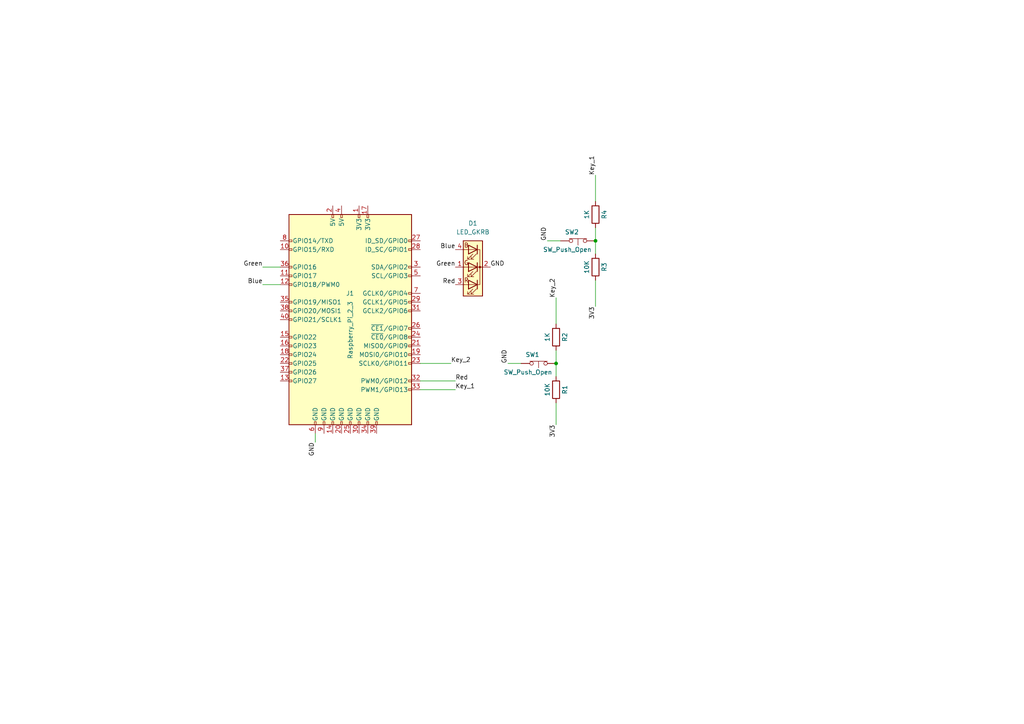
<source format=kicad_sch>
(kicad_sch (version 20230121) (generator eeschema)

  (uuid 96bce18f-4728-44f8-b8d2-157129d8d9a7)

  (paper "A4")

  (lib_symbols
    (symbol "Connector:Raspberry_Pi_2_3" (pin_names (offset 1.016)) (in_bom yes) (on_board yes)
      (property "Reference" "J" (at -17.78 31.75 0)
        (effects (font (size 1.27 1.27)) (justify left bottom))
      )
      (property "Value" "Raspberry_Pi_2_3" (at 10.16 -31.75 0)
        (effects (font (size 1.27 1.27)) (justify left top))
      )
      (property "Footprint" "" (at 0 0 0)
        (effects (font (size 1.27 1.27)) hide)
      )
      (property "Datasheet" "https://www.raspberrypi.org/documentation/hardware/raspberrypi/schematics/rpi_SCH_3bplus_1p0_reduced.pdf" (at 0 0 0)
        (effects (font (size 1.27 1.27)) hide)
      )
      (property "ki_keywords" "raspberrypi gpio" (at 0 0 0)
        (effects (font (size 1.27 1.27)) hide)
      )
      (property "ki_description" "expansion header for Raspberry Pi 2 & 3" (at 0 0 0)
        (effects (font (size 1.27 1.27)) hide)
      )
      (property "ki_fp_filters" "PinHeader*2x20*P2.54mm*Vertical* PinSocket*2x20*P2.54mm*Vertical*" (at 0 0 0)
        (effects (font (size 1.27 1.27)) hide)
      )
      (symbol "Raspberry_Pi_2_3_0_1"
        (rectangle (start -17.78 30.48) (end 17.78 -30.48)
          (stroke (width 0.254) (type default))
          (fill (type background))
        )
      )
      (symbol "Raspberry_Pi_2_3_1_1"
        (rectangle (start -16.891 -17.526) (end -17.78 -18.034)
          (stroke (width 0) (type default))
          (fill (type none))
        )
        (rectangle (start -16.891 -14.986) (end -17.78 -15.494)
          (stroke (width 0) (type default))
          (fill (type none))
        )
        (rectangle (start -16.891 -12.446) (end -17.78 -12.954)
          (stroke (width 0) (type default))
          (fill (type none))
        )
        (rectangle (start -16.891 -9.906) (end -17.78 -10.414)
          (stroke (width 0) (type default))
          (fill (type none))
        )
        (rectangle (start -16.891 -7.366) (end -17.78 -7.874)
          (stroke (width 0) (type default))
          (fill (type none))
        )
        (rectangle (start -16.891 -4.826) (end -17.78 -5.334)
          (stroke (width 0) (type default))
          (fill (type none))
        )
        (rectangle (start -16.891 0.254) (end -17.78 -0.254)
          (stroke (width 0) (type default))
          (fill (type none))
        )
        (rectangle (start -16.891 2.794) (end -17.78 2.286)
          (stroke (width 0) (type default))
          (fill (type none))
        )
        (rectangle (start -16.891 5.334) (end -17.78 4.826)
          (stroke (width 0) (type default))
          (fill (type none))
        )
        (rectangle (start -16.891 10.414) (end -17.78 9.906)
          (stroke (width 0) (type default))
          (fill (type none))
        )
        (rectangle (start -16.891 12.954) (end -17.78 12.446)
          (stroke (width 0) (type default))
          (fill (type none))
        )
        (rectangle (start -16.891 15.494) (end -17.78 14.986)
          (stroke (width 0) (type default))
          (fill (type none))
        )
        (rectangle (start -16.891 20.574) (end -17.78 20.066)
          (stroke (width 0) (type default))
          (fill (type none))
        )
        (rectangle (start -16.891 23.114) (end -17.78 22.606)
          (stroke (width 0) (type default))
          (fill (type none))
        )
        (rectangle (start -10.414 -29.591) (end -9.906 -30.48)
          (stroke (width 0) (type default))
          (fill (type none))
        )
        (rectangle (start -7.874 -29.591) (end -7.366 -30.48)
          (stroke (width 0) (type default))
          (fill (type none))
        )
        (rectangle (start -5.334 -29.591) (end -4.826 -30.48)
          (stroke (width 0) (type default))
          (fill (type none))
        )
        (rectangle (start -5.334 30.48) (end -4.826 29.591)
          (stroke (width 0) (type default))
          (fill (type none))
        )
        (rectangle (start -2.794 -29.591) (end -2.286 -30.48)
          (stroke (width 0) (type default))
          (fill (type none))
        )
        (rectangle (start -2.794 30.48) (end -2.286 29.591)
          (stroke (width 0) (type default))
          (fill (type none))
        )
        (rectangle (start -0.254 -29.591) (end 0.254 -30.48)
          (stroke (width 0) (type default))
          (fill (type none))
        )
        (rectangle (start 2.286 -29.591) (end 2.794 -30.48)
          (stroke (width 0) (type default))
          (fill (type none))
        )
        (rectangle (start 2.286 30.48) (end 2.794 29.591)
          (stroke (width 0) (type default))
          (fill (type none))
        )
        (rectangle (start 4.826 -29.591) (end 5.334 -30.48)
          (stroke (width 0) (type default))
          (fill (type none))
        )
        (rectangle (start 4.826 30.48) (end 5.334 29.591)
          (stroke (width 0) (type default))
          (fill (type none))
        )
        (rectangle (start 7.366 -29.591) (end 7.874 -30.48)
          (stroke (width 0) (type default))
          (fill (type none))
        )
        (rectangle (start 17.78 -20.066) (end 16.891 -20.574)
          (stroke (width 0) (type default))
          (fill (type none))
        )
        (rectangle (start 17.78 -17.526) (end 16.891 -18.034)
          (stroke (width 0) (type default))
          (fill (type none))
        )
        (rectangle (start 17.78 -12.446) (end 16.891 -12.954)
          (stroke (width 0) (type default))
          (fill (type none))
        )
        (rectangle (start 17.78 -9.906) (end 16.891 -10.414)
          (stroke (width 0) (type default))
          (fill (type none))
        )
        (rectangle (start 17.78 -7.366) (end 16.891 -7.874)
          (stroke (width 0) (type default))
          (fill (type none))
        )
        (rectangle (start 17.78 -4.826) (end 16.891 -5.334)
          (stroke (width 0) (type default))
          (fill (type none))
        )
        (rectangle (start 17.78 -2.286) (end 16.891 -2.794)
          (stroke (width 0) (type default))
          (fill (type none))
        )
        (rectangle (start 17.78 2.794) (end 16.891 2.286)
          (stroke (width 0) (type default))
          (fill (type none))
        )
        (rectangle (start 17.78 5.334) (end 16.891 4.826)
          (stroke (width 0) (type default))
          (fill (type none))
        )
        (rectangle (start 17.78 7.874) (end 16.891 7.366)
          (stroke (width 0) (type default))
          (fill (type none))
        )
        (rectangle (start 17.78 12.954) (end 16.891 12.446)
          (stroke (width 0) (type default))
          (fill (type none))
        )
        (rectangle (start 17.78 15.494) (end 16.891 14.986)
          (stroke (width 0) (type default))
          (fill (type none))
        )
        (rectangle (start 17.78 20.574) (end 16.891 20.066)
          (stroke (width 0) (type default))
          (fill (type none))
        )
        (rectangle (start 17.78 23.114) (end 16.891 22.606)
          (stroke (width 0) (type default))
          (fill (type none))
        )
        (pin power_in line (at 2.54 33.02 270) (length 2.54)
          (name "3V3" (effects (font (size 1.27 1.27))))
          (number "1" (effects (font (size 1.27 1.27))))
        )
        (pin bidirectional line (at -20.32 20.32 0) (length 2.54)
          (name "GPIO15/RXD" (effects (font (size 1.27 1.27))))
          (number "10" (effects (font (size 1.27 1.27))))
        )
        (pin bidirectional line (at -20.32 12.7 0) (length 2.54)
          (name "GPIO17" (effects (font (size 1.27 1.27))))
          (number "11" (effects (font (size 1.27 1.27))))
        )
        (pin bidirectional line (at -20.32 10.16 0) (length 2.54)
          (name "GPIO18/PWM0" (effects (font (size 1.27 1.27))))
          (number "12" (effects (font (size 1.27 1.27))))
        )
        (pin bidirectional line (at -20.32 -17.78 0) (length 2.54)
          (name "GPIO27" (effects (font (size 1.27 1.27))))
          (number "13" (effects (font (size 1.27 1.27))))
        )
        (pin power_in line (at -5.08 -33.02 90) (length 2.54)
          (name "GND" (effects (font (size 1.27 1.27))))
          (number "14" (effects (font (size 1.27 1.27))))
        )
        (pin bidirectional line (at -20.32 -5.08 0) (length 2.54)
          (name "GPIO22" (effects (font (size 1.27 1.27))))
          (number "15" (effects (font (size 1.27 1.27))))
        )
        (pin bidirectional line (at -20.32 -7.62 0) (length 2.54)
          (name "GPIO23" (effects (font (size 1.27 1.27))))
          (number "16" (effects (font (size 1.27 1.27))))
        )
        (pin power_in line (at 5.08 33.02 270) (length 2.54)
          (name "3V3" (effects (font (size 1.27 1.27))))
          (number "17" (effects (font (size 1.27 1.27))))
        )
        (pin bidirectional line (at -20.32 -10.16 0) (length 2.54)
          (name "GPIO24" (effects (font (size 1.27 1.27))))
          (number "18" (effects (font (size 1.27 1.27))))
        )
        (pin bidirectional line (at 20.32 -10.16 180) (length 2.54)
          (name "MOSI0/GPIO10" (effects (font (size 1.27 1.27))))
          (number "19" (effects (font (size 1.27 1.27))))
        )
        (pin power_in line (at -5.08 33.02 270) (length 2.54)
          (name "5V" (effects (font (size 1.27 1.27))))
          (number "2" (effects (font (size 1.27 1.27))))
        )
        (pin power_in line (at -2.54 -33.02 90) (length 2.54)
          (name "GND" (effects (font (size 1.27 1.27))))
          (number "20" (effects (font (size 1.27 1.27))))
        )
        (pin bidirectional line (at 20.32 -7.62 180) (length 2.54)
          (name "MISO0/GPIO9" (effects (font (size 1.27 1.27))))
          (number "21" (effects (font (size 1.27 1.27))))
        )
        (pin bidirectional line (at -20.32 -12.7 0) (length 2.54)
          (name "GPIO25" (effects (font (size 1.27 1.27))))
          (number "22" (effects (font (size 1.27 1.27))))
        )
        (pin bidirectional line (at 20.32 -12.7 180) (length 2.54)
          (name "SCLK0/GPIO11" (effects (font (size 1.27 1.27))))
          (number "23" (effects (font (size 1.27 1.27))))
        )
        (pin bidirectional line (at 20.32 -5.08 180) (length 2.54)
          (name "~{CE0}/GPIO8" (effects (font (size 1.27 1.27))))
          (number "24" (effects (font (size 1.27 1.27))))
        )
        (pin power_in line (at 0 -33.02 90) (length 2.54)
          (name "GND" (effects (font (size 1.27 1.27))))
          (number "25" (effects (font (size 1.27 1.27))))
        )
        (pin bidirectional line (at 20.32 -2.54 180) (length 2.54)
          (name "~{CE1}/GPIO7" (effects (font (size 1.27 1.27))))
          (number "26" (effects (font (size 1.27 1.27))))
        )
        (pin bidirectional line (at 20.32 22.86 180) (length 2.54)
          (name "ID_SD/GPIO0" (effects (font (size 1.27 1.27))))
          (number "27" (effects (font (size 1.27 1.27))))
        )
        (pin bidirectional line (at 20.32 20.32 180) (length 2.54)
          (name "ID_SC/GPIO1" (effects (font (size 1.27 1.27))))
          (number "28" (effects (font (size 1.27 1.27))))
        )
        (pin bidirectional line (at 20.32 5.08 180) (length 2.54)
          (name "GCLK1/GPIO5" (effects (font (size 1.27 1.27))))
          (number "29" (effects (font (size 1.27 1.27))))
        )
        (pin bidirectional line (at 20.32 15.24 180) (length 2.54)
          (name "SDA/GPIO2" (effects (font (size 1.27 1.27))))
          (number "3" (effects (font (size 1.27 1.27))))
        )
        (pin power_in line (at 2.54 -33.02 90) (length 2.54)
          (name "GND" (effects (font (size 1.27 1.27))))
          (number "30" (effects (font (size 1.27 1.27))))
        )
        (pin bidirectional line (at 20.32 2.54 180) (length 2.54)
          (name "GCLK2/GPIO6" (effects (font (size 1.27 1.27))))
          (number "31" (effects (font (size 1.27 1.27))))
        )
        (pin bidirectional line (at 20.32 -17.78 180) (length 2.54)
          (name "PWM0/GPIO12" (effects (font (size 1.27 1.27))))
          (number "32" (effects (font (size 1.27 1.27))))
        )
        (pin bidirectional line (at 20.32 -20.32 180) (length 2.54)
          (name "PWM1/GPIO13" (effects (font (size 1.27 1.27))))
          (number "33" (effects (font (size 1.27 1.27))))
        )
        (pin power_in line (at 5.08 -33.02 90) (length 2.54)
          (name "GND" (effects (font (size 1.27 1.27))))
          (number "34" (effects (font (size 1.27 1.27))))
        )
        (pin bidirectional line (at -20.32 5.08 0) (length 2.54)
          (name "GPIO19/MISO1" (effects (font (size 1.27 1.27))))
          (number "35" (effects (font (size 1.27 1.27))))
        )
        (pin bidirectional line (at -20.32 15.24 0) (length 2.54)
          (name "GPIO16" (effects (font (size 1.27 1.27))))
          (number "36" (effects (font (size 1.27 1.27))))
        )
        (pin bidirectional line (at -20.32 -15.24 0) (length 2.54)
          (name "GPIO26" (effects (font (size 1.27 1.27))))
          (number "37" (effects (font (size 1.27 1.27))))
        )
        (pin bidirectional line (at -20.32 2.54 0) (length 2.54)
          (name "GPIO20/MOSI1" (effects (font (size 1.27 1.27))))
          (number "38" (effects (font (size 1.27 1.27))))
        )
        (pin power_in line (at 7.62 -33.02 90) (length 2.54)
          (name "GND" (effects (font (size 1.27 1.27))))
          (number "39" (effects (font (size 1.27 1.27))))
        )
        (pin power_in line (at -2.54 33.02 270) (length 2.54)
          (name "5V" (effects (font (size 1.27 1.27))))
          (number "4" (effects (font (size 1.27 1.27))))
        )
        (pin bidirectional line (at -20.32 0 0) (length 2.54)
          (name "GPIO21/SCLK1" (effects (font (size 1.27 1.27))))
          (number "40" (effects (font (size 1.27 1.27))))
        )
        (pin bidirectional line (at 20.32 12.7 180) (length 2.54)
          (name "SCL/GPIO3" (effects (font (size 1.27 1.27))))
          (number "5" (effects (font (size 1.27 1.27))))
        )
        (pin power_in line (at -10.16 -33.02 90) (length 2.54)
          (name "GND" (effects (font (size 1.27 1.27))))
          (number "6" (effects (font (size 1.27 1.27))))
        )
        (pin bidirectional line (at 20.32 7.62 180) (length 2.54)
          (name "GCLK0/GPIO4" (effects (font (size 1.27 1.27))))
          (number "7" (effects (font (size 1.27 1.27))))
        )
        (pin bidirectional line (at -20.32 22.86 0) (length 2.54)
          (name "GPIO14/TXD" (effects (font (size 1.27 1.27))))
          (number "8" (effects (font (size 1.27 1.27))))
        )
        (pin power_in line (at -7.62 -33.02 90) (length 2.54)
          (name "GND" (effects (font (size 1.27 1.27))))
          (number "9" (effects (font (size 1.27 1.27))))
        )
      )
    )
    (symbol "Device:LED_GKRB" (pin_names (offset 0) hide) (in_bom yes) (on_board yes)
      (property "Reference" "D" (at 0 9.398 0)
        (effects (font (size 1.27 1.27)))
      )
      (property "Value" "LED_GKRB" (at 0 -8.89 0)
        (effects (font (size 1.27 1.27)))
      )
      (property "Footprint" "" (at 0 -1.27 0)
        (effects (font (size 1.27 1.27)) hide)
      )
      (property "Datasheet" "~" (at 0 -1.27 0)
        (effects (font (size 1.27 1.27)) hide)
      )
      (property "ki_keywords" "LED RGB diode" (at 0 0 0)
        (effects (font (size 1.27 1.27)) hide)
      )
      (property "ki_description" "RGB LED, green/cathode/red/blue" (at 0 0 0)
        (effects (font (size 1.27 1.27)) hide)
      )
      (property "ki_fp_filters" "LED* LED_SMD:* LED_THT:*" (at 0 0 0)
        (effects (font (size 1.27 1.27)) hide)
      )
      (symbol "LED_GKRB_0_0"
        (text "B" (at 1.905 -6.35 0)
          (effects (font (size 1.27 1.27)))
        )
        (text "G" (at 1.905 -1.27 0)
          (effects (font (size 1.27 1.27)))
        )
        (text "R" (at 1.905 3.81 0)
          (effects (font (size 1.27 1.27)))
        )
      )
      (symbol "LED_GKRB_0_1"
        (circle (center -2.032 0) (radius 0.254)
          (stroke (width 0) (type default))
          (fill (type outline))
        )
        (polyline
          (pts
            (xy -1.27 -5.08)
            (xy 1.27 -5.08)
          )
          (stroke (width 0) (type default))
          (fill (type none))
        )
        (polyline
          (pts
            (xy -1.27 -3.81)
            (xy -1.27 -6.35)
          )
          (stroke (width 0.254) (type default))
          (fill (type none))
        )
        (polyline
          (pts
            (xy -1.27 0)
            (xy -2.54 0)
          )
          (stroke (width 0) (type default))
          (fill (type none))
        )
        (polyline
          (pts
            (xy -1.27 1.27)
            (xy -1.27 -1.27)
          )
          (stroke (width 0.254) (type default))
          (fill (type none))
        )
        (polyline
          (pts
            (xy -1.27 5.08)
            (xy 1.27 5.08)
          )
          (stroke (width 0) (type default))
          (fill (type none))
        )
        (polyline
          (pts
            (xy -1.27 6.35)
            (xy -1.27 3.81)
          )
          (stroke (width 0.254) (type default))
          (fill (type none))
        )
        (polyline
          (pts
            (xy 1.27 -5.08)
            (xy 2.54 -5.08)
          )
          (stroke (width 0) (type default))
          (fill (type none))
        )
        (polyline
          (pts
            (xy 1.27 0)
            (xy -1.27 0)
          )
          (stroke (width 0) (type default))
          (fill (type none))
        )
        (polyline
          (pts
            (xy 1.27 0)
            (xy 2.54 0)
          )
          (stroke (width 0) (type default))
          (fill (type none))
        )
        (polyline
          (pts
            (xy 1.27 5.08)
            (xy 2.54 5.08)
          )
          (stroke (width 0) (type default))
          (fill (type none))
        )
        (polyline
          (pts
            (xy -1.27 1.27)
            (xy -1.27 -1.27)
            (xy -1.27 -1.27)
          )
          (stroke (width 0) (type default))
          (fill (type none))
        )
        (polyline
          (pts
            (xy -1.27 6.35)
            (xy -1.27 3.81)
            (xy -1.27 3.81)
          )
          (stroke (width 0) (type default))
          (fill (type none))
        )
        (polyline
          (pts
            (xy -1.27 5.08)
            (xy -2.032 5.08)
            (xy -2.032 -5.08)
            (xy -1.016 -5.08)
          )
          (stroke (width 0) (type default))
          (fill (type none))
        )
        (polyline
          (pts
            (xy 1.27 -3.81)
            (xy 1.27 -6.35)
            (xy -1.27 -5.08)
            (xy 1.27 -3.81)
          )
          (stroke (width 0.254) (type default))
          (fill (type none))
        )
        (polyline
          (pts
            (xy 1.27 1.27)
            (xy 1.27 -1.27)
            (xy -1.27 0)
            (xy 1.27 1.27)
          )
          (stroke (width 0.254) (type default))
          (fill (type none))
        )
        (polyline
          (pts
            (xy 1.27 6.35)
            (xy 1.27 3.81)
            (xy -1.27 5.08)
            (xy 1.27 6.35)
          )
          (stroke (width 0.254) (type default))
          (fill (type none))
        )
        (polyline
          (pts
            (xy -1.016 -3.81)
            (xy 0.508 -2.286)
            (xy -0.254 -2.286)
            (xy 0.508 -2.286)
            (xy 0.508 -3.048)
          )
          (stroke (width 0) (type default))
          (fill (type none))
        )
        (polyline
          (pts
            (xy -1.016 1.27)
            (xy 0.508 2.794)
            (xy -0.254 2.794)
            (xy 0.508 2.794)
            (xy 0.508 2.032)
          )
          (stroke (width 0) (type default))
          (fill (type none))
        )
        (polyline
          (pts
            (xy -1.016 6.35)
            (xy 0.508 7.874)
            (xy -0.254 7.874)
            (xy 0.508 7.874)
            (xy 0.508 7.112)
          )
          (stroke (width 0) (type default))
          (fill (type none))
        )
        (polyline
          (pts
            (xy 0 -3.81)
            (xy 1.524 -2.286)
            (xy 0.762 -2.286)
            (xy 1.524 -2.286)
            (xy 1.524 -3.048)
          )
          (stroke (width 0) (type default))
          (fill (type none))
        )
        (polyline
          (pts
            (xy 0 1.27)
            (xy 1.524 2.794)
            (xy 0.762 2.794)
            (xy 1.524 2.794)
            (xy 1.524 2.032)
          )
          (stroke (width 0) (type default))
          (fill (type none))
        )
        (polyline
          (pts
            (xy 0 6.35)
            (xy 1.524 7.874)
            (xy 0.762 7.874)
            (xy 1.524 7.874)
            (xy 1.524 7.112)
          )
          (stroke (width 0) (type default))
          (fill (type none))
        )
        (rectangle (start 1.27 -1.27) (end 1.27 1.27)
          (stroke (width 0) (type default))
          (fill (type none))
        )
        (rectangle (start 1.27 1.27) (end 1.27 1.27)
          (stroke (width 0) (type default))
          (fill (type none))
        )
        (rectangle (start 1.27 3.81) (end 1.27 6.35)
          (stroke (width 0) (type default))
          (fill (type none))
        )
        (rectangle (start 1.27 6.35) (end 1.27 6.35)
          (stroke (width 0) (type default))
          (fill (type none))
        )
        (rectangle (start 2.794 8.382) (end -2.794 -7.62)
          (stroke (width 0.254) (type default))
          (fill (type background))
        )
      )
      (symbol "LED_GKRB_1_1"
        (pin passive line (at 5.08 0 180) (length 2.54)
          (name "GA" (effects (font (size 1.27 1.27))))
          (number "1" (effects (font (size 1.27 1.27))))
        )
        (pin passive line (at -5.08 0 0) (length 2.54)
          (name "K" (effects (font (size 1.27 1.27))))
          (number "2" (effects (font (size 1.27 1.27))))
        )
        (pin passive line (at 5.08 5.08 180) (length 2.54)
          (name "RA" (effects (font (size 1.27 1.27))))
          (number "3" (effects (font (size 1.27 1.27))))
        )
        (pin passive line (at 5.08 -5.08 180) (length 2.54)
          (name "BA" (effects (font (size 1.27 1.27))))
          (number "4" (effects (font (size 1.27 1.27))))
        )
      )
    )
    (symbol "Device:R" (pin_numbers hide) (pin_names (offset 0)) (in_bom yes) (on_board yes)
      (property "Reference" "R" (at 2.032 0 90)
        (effects (font (size 1.27 1.27)))
      )
      (property "Value" "R" (at 0 0 90)
        (effects (font (size 1.27 1.27)))
      )
      (property "Footprint" "" (at -1.778 0 90)
        (effects (font (size 1.27 1.27)) hide)
      )
      (property "Datasheet" "~" (at 0 0 0)
        (effects (font (size 1.27 1.27)) hide)
      )
      (property "ki_keywords" "R res resistor" (at 0 0 0)
        (effects (font (size 1.27 1.27)) hide)
      )
      (property "ki_description" "Resistor" (at 0 0 0)
        (effects (font (size 1.27 1.27)) hide)
      )
      (property "ki_fp_filters" "R_*" (at 0 0 0)
        (effects (font (size 1.27 1.27)) hide)
      )
      (symbol "R_0_1"
        (rectangle (start -1.016 -2.54) (end 1.016 2.54)
          (stroke (width 0.254) (type default))
          (fill (type none))
        )
      )
      (symbol "R_1_1"
        (pin passive line (at 0 3.81 270) (length 1.27)
          (name "~" (effects (font (size 1.27 1.27))))
          (number "1" (effects (font (size 1.27 1.27))))
        )
        (pin passive line (at 0 -3.81 90) (length 1.27)
          (name "~" (effects (font (size 1.27 1.27))))
          (number "2" (effects (font (size 1.27 1.27))))
        )
      )
    )
    (symbol "Switch:SW_Push_Open" (pin_numbers hide) (pin_names (offset 1.016) hide) (in_bom yes) (on_board yes)
      (property "Reference" "SW" (at 0 2.54 0)
        (effects (font (size 1.27 1.27)))
      )
      (property "Value" "SW_Push_Open" (at 0 -1.905 0)
        (effects (font (size 1.27 1.27)))
      )
      (property "Footprint" "" (at 0 5.08 0)
        (effects (font (size 1.27 1.27)) hide)
      )
      (property "Datasheet" "~" (at 0 5.08 0)
        (effects (font (size 1.27 1.27)) hide)
      )
      (property "ki_keywords" "switch normally-closed pushbutton push-button" (at 0 0 0)
        (effects (font (size 1.27 1.27)) hide)
      )
      (property "ki_description" "Push button switch, push-to-open, generic, two pins" (at 0 0 0)
        (effects (font (size 1.27 1.27)) hide)
      )
      (symbol "SW_Push_Open_0_1"
        (circle (center -2.032 0) (radius 0.508)
          (stroke (width 0) (type default))
          (fill (type none))
        )
        (polyline
          (pts
            (xy -2.54 -0.635)
            (xy 2.54 -0.635)
          )
          (stroke (width 0) (type default))
          (fill (type none))
        )
        (polyline
          (pts
            (xy 0 -0.635)
            (xy 0 1.27)
          )
          (stroke (width 0) (type default))
          (fill (type none))
        )
        (circle (center 2.032 0) (radius 0.508)
          (stroke (width 0) (type default))
          (fill (type none))
        )
        (pin passive line (at -5.08 0 0) (length 2.54)
          (name "A" (effects (font (size 1.27 1.27))))
          (number "1" (effects (font (size 1.27 1.27))))
        )
      )
      (symbol "SW_Push_Open_1_1"
        (pin passive line (at 5.08 0 180) (length 2.54)
          (name "B" (effects (font (size 1.27 1.27))))
          (number "2" (effects (font (size 1.27 1.27))))
        )
      )
    )
  )

  (junction (at 161.29 105.41) (diameter 0) (color 0 0 0 0)
    (uuid 19959e24-57c3-4a8c-925e-60d984e8d881)
  )
  (junction (at 172.72 69.85) (diameter 0) (color 0 0 0 0)
    (uuid bbb88611-42d1-4df2-8e37-636228e7dcae)
  )

  (wire (pts (xy 76.2 77.47) (xy 81.28 77.47))
    (stroke (width 0) (type default))
    (uuid 0e070127-ff85-414c-be40-edf9f26168e6)
  )
  (wire (pts (xy 172.72 73.66) (xy 172.72 69.85))
    (stroke (width 0) (type default))
    (uuid 47e27f4d-93d9-4fca-aa04-1a353ae87aeb)
  )
  (wire (pts (xy 76.2 82.55) (xy 81.28 82.55))
    (stroke (width 0) (type default))
    (uuid 4ddb7472-be31-42e7-b28c-64743212c915)
  )
  (wire (pts (xy 161.29 116.84) (xy 161.29 123.19))
    (stroke (width 0) (type default))
    (uuid 4e1f2679-a5d7-4252-86ea-0996c5f39383)
  )
  (wire (pts (xy 172.72 58.42) (xy 172.72 50.8))
    (stroke (width 0) (type default))
    (uuid 72dfdb4f-4ecd-42c0-ab16-4615383ca5b7)
  )
  (wire (pts (xy 172.72 88.9) (xy 172.72 81.28))
    (stroke (width 0) (type default))
    (uuid 76d2eb42-4ceb-4d49-a702-eb7daf75790d)
  )
  (wire (pts (xy 121.92 105.41) (xy 130.81 105.41))
    (stroke (width 0) (type default))
    (uuid 9ae0e6be-115b-4d1a-ad51-a323c57910f3)
  )
  (wire (pts (xy 91.44 125.73) (xy 91.44 128.27))
    (stroke (width 0) (type default))
    (uuid a5252297-7a05-44bb-8552-6c809558143b)
  )
  (wire (pts (xy 161.29 105.41) (xy 161.29 101.6))
    (stroke (width 0) (type default))
    (uuid b5cd36a1-0a87-4634-8973-5386a9d7a54f)
  )
  (wire (pts (xy 172.72 69.85) (xy 172.72 66.04))
    (stroke (width 0) (type default))
    (uuid be07c219-0b5d-4701-90e0-15f27b59972f)
  )
  (wire (pts (xy 147.32 105.41) (xy 151.13 105.41))
    (stroke (width 0) (type default))
    (uuid de8d891f-e771-46b6-a4b1-7fe12692ac42)
  )
  (wire (pts (xy 161.29 93.98) (xy 161.29 86.36))
    (stroke (width 0) (type default))
    (uuid e11ed7b7-e850-4cc2-b77b-83c467a0bafe)
  )
  (wire (pts (xy 161.29 109.22) (xy 161.29 105.41))
    (stroke (width 0) (type default))
    (uuid e5119f9b-3164-4c4a-bb3e-a30cfc04e601)
  )
  (wire (pts (xy 121.92 113.03) (xy 132.08 113.03))
    (stroke (width 0) (type default))
    (uuid e5719c46-69a0-4630-8dc8-f8be2f98a066)
  )
  (wire (pts (xy 158.75 69.85) (xy 162.56 69.85))
    (stroke (width 0) (type default))
    (uuid ec2d7d5a-ee97-470a-8bc7-0f608ef4d135)
  )
  (wire (pts (xy 121.92 110.49) (xy 132.08 110.49))
    (stroke (width 0) (type default))
    (uuid f929afab-921a-4263-8967-955342af33d6)
  )

  (label "Key_1" (at 132.08 113.03 0) (fields_autoplaced)
    (effects (font (size 1.27 1.27)) (justify left bottom))
    (uuid 17bf08ff-219c-4e21-a3ce-4a9a75274b49)
  )
  (label "Key_1" (at 172.72 50.8 90) (fields_autoplaced)
    (effects (font (size 1.27 1.27)) (justify left bottom))
    (uuid 1a07b0bc-cefe-4c05-a544-af4364499fac)
  )
  (label "Key_2" (at 130.81 105.41 0) (fields_autoplaced)
    (effects (font (size 1.27 1.27)) (justify left bottom))
    (uuid 1ada0bae-2e87-4f0d-849f-ede0a205b7f5)
  )
  (label "GND" (at 158.75 69.85 90) (fields_autoplaced)
    (effects (font (size 1.27 1.27)) (justify left bottom))
    (uuid 4ffd1a0d-11ff-41f7-b20c-1e68533fcd9d)
  )
  (label "Green" (at 76.2 77.47 180) (fields_autoplaced)
    (effects (font (size 1.27 1.27)) (justify right bottom))
    (uuid 753e97c2-49de-4179-9dcc-0c3085dd2b07)
  )
  (label "Green" (at 132.08 77.47 180) (fields_autoplaced)
    (effects (font (size 1.27 1.27)) (justify right bottom))
    (uuid 8d59fcac-ef28-47f4-979c-6f368ba3c22a)
  )
  (label "Blue" (at 132.08 72.39 180) (fields_autoplaced)
    (effects (font (size 1.27 1.27)) (justify right bottom))
    (uuid 99153be2-8553-483e-a3c7-f5008bbd1ee4)
  )
  (label "Blue" (at 76.2 82.55 180) (fields_autoplaced)
    (effects (font (size 1.27 1.27)) (justify right bottom))
    (uuid 9c527f2b-e510-4607-926f-fc3b5fdc6706)
  )
  (label "GND" (at 142.24 77.47 0) (fields_autoplaced)
    (effects (font (size 1.27 1.27)) (justify left bottom))
    (uuid 9e055706-6262-4db8-8169-cf95d8bf84d8)
  )
  (label "3V3" (at 161.29 123.19 270) (fields_autoplaced)
    (effects (font (size 1.27 1.27)) (justify right bottom))
    (uuid a334158e-6474-43f3-b0f9-fee9c8576f2c)
  )
  (label "GND" (at 91.44 128.27 270) (fields_autoplaced)
    (effects (font (size 1.27 1.27)) (justify right bottom))
    (uuid bda3db2e-c3e5-4692-9a80-321316eba948)
  )
  (label "Red" (at 132.08 110.49 0) (fields_autoplaced)
    (effects (font (size 1.27 1.27)) (justify left bottom))
    (uuid d3d29390-9090-481b-ad55-611c9262dbb6)
  )
  (label "GND" (at 147.32 105.41 90) (fields_autoplaced)
    (effects (font (size 1.27 1.27)) (justify left bottom))
    (uuid da4775c3-72a9-4a64-8abb-489bd0b98e6f)
  )
  (label "Red" (at 132.08 82.55 180) (fields_autoplaced)
    (effects (font (size 1.27 1.27)) (justify right bottom))
    (uuid da986dfa-9b64-4fb4-bded-b25f1e0ab9dc)
  )
  (label "Key_2" (at 161.29 86.36 90) (fields_autoplaced)
    (effects (font (size 1.27 1.27)) (justify left bottom))
    (uuid e8d32a56-2537-41f5-8b27-5ef32c899ff4)
  )
  (label "3V3" (at 172.72 88.9 270) (fields_autoplaced)
    (effects (font (size 1.27 1.27)) (justify right bottom))
    (uuid fe0cf59f-05ba-4add-bcab-fa9e97ccb4f5)
  )

  (symbol (lib_id "Switch:SW_Push_Open") (at 156.21 105.41 180) (unit 1)
    (in_bom yes) (on_board yes) (dnp no)
    (uuid 01ad526d-2754-4eaa-b2aa-9f56358a6aec)
    (property "Reference" "SW1" (at 152.4 102.87 0)
      (effects (font (size 1.27 1.27)) (justify right))
    )
    (property "Value" "SW_Push_Open" (at 146.05 107.95 0)
      (effects (font (size 1.27 1.27)) (justify right))
    )
    (property "Footprint" "Button_Switch_THT:SW_DIP_SPSTx01_Slide_9.78x4.72mm_W7.62mm_P2.54mm" (at 156.21 110.49 0)
      (effects (font (size 1.27 1.27)) hide)
    )
    (property "Datasheet" "~" (at 156.21 110.49 0)
      (effects (font (size 1.27 1.27)) hide)
    )
    (pin "1" (uuid 4658e252-5383-4f49-b127-f02e60b0d0d6))
    (pin "2" (uuid 65db0157-9da1-40e8-b40f-2a6a68c7aa19))
    (instances
      (project "kkk"
        (path "/96bce18f-4728-44f8-b8d2-157129d8d9a7"
          (reference "SW1") (unit 1)
        )
      )
    )
  )

  (symbol (lib_id "Connector:Raspberry_Pi_2_3") (at 101.6 92.71 0) (unit 1)
    (in_bom yes) (on_board yes) (dnp no)
    (uuid 0ed07631-fcfe-495a-ba98-cbc24e795d01)
    (property "Reference" "J1" (at 100.33 85.09 0)
      (effects (font (size 1.27 1.27)) (justify left))
    )
    (property "Value" "Raspberry_Pi_2_3" (at 101.6 104.14 90)
      (effects (font (size 1.27 1.27)) (justify left))
    )
    (property "Footprint" "Module:Raspberry_Pi_Zero_Socketed_THT_FaceDown_MountingHoles" (at 101.6 92.71 0)
      (effects (font (size 1.27 1.27)) hide)
    )
    (property "Datasheet" "https://www.raspberrypi.org/documentation/hardware/raspberrypi/schematics/rpi_SCH_3bplus_1p0_reduced.pdf" (at 101.6 92.71 0)
      (effects (font (size 1.27 1.27)) hide)
    )
    (pin "1" (uuid f91417d6-d90f-4239-a522-7b88c9e7e8ab))
    (pin "10" (uuid 8088402e-244b-4234-8098-a8186a3c616f))
    (pin "11" (uuid 04730253-8fbc-47f6-81e2-4bbebe6d824f))
    (pin "12" (uuid 7d642eda-f12f-4457-be0f-e606730b334d))
    (pin "13" (uuid 6d859078-385c-4e6f-bb10-484d4d7032e8))
    (pin "14" (uuid 4afbcfa6-bc11-46d8-8833-1256d30c82e9))
    (pin "15" (uuid 574a2ff0-8ec9-4793-b97d-95733b0fca1a))
    (pin "16" (uuid d66da4fb-2ac2-4b72-8e1b-826fe918f61e))
    (pin "17" (uuid c5815faa-9b92-4ae4-a5e1-f5deca7e88b4))
    (pin "18" (uuid 7251041c-1642-4187-a0e6-685c125ba907))
    (pin "19" (uuid ba204c18-a5be-4fc5-bff1-c1ec49afb338))
    (pin "2" (uuid 59720ca3-8329-4d3b-ac2c-e5078e2a261d))
    (pin "20" (uuid 8ea6f27b-cc66-4258-bf5a-7a2a629770ed))
    (pin "21" (uuid 21485ef2-30a6-4175-b9d1-6c015490c616))
    (pin "22" (uuid 665c77bd-2554-48c9-8a8a-ea2169959c8e))
    (pin "23" (uuid e1974df3-b1c6-4b99-aade-43f0a6ba4330))
    (pin "24" (uuid e32d6f2b-7e61-4efb-871a-1303a9e5773a))
    (pin "25" (uuid 694d19ce-c326-402a-bdef-3032b7ee8918))
    (pin "26" (uuid a5c74e60-18ef-4a42-9b30-98c76b00a51e))
    (pin "27" (uuid ab5ee8d9-94a3-447b-99da-752e60334972))
    (pin "28" (uuid cbdde74c-99da-4c30-b793-58511c775264))
    (pin "29" (uuid 7b055470-cc39-4a62-af4b-3fa9949a6efa))
    (pin "3" (uuid 698b0760-90db-46cb-8a89-25e82157cc5d))
    (pin "30" (uuid b5476015-bdd1-4668-8dd1-ca4dedb32184))
    (pin "31" (uuid 830a790a-8798-4847-a2eb-518b2fbbbbd0))
    (pin "32" (uuid ed2bcac9-a999-4ced-a29f-3e7b319875e5))
    (pin "33" (uuid 9887c4a2-02e6-4ba1-a4ef-d68735e5304c))
    (pin "34" (uuid 733ccf1b-47a1-42da-81b2-016339a6d5f1))
    (pin "35" (uuid 2ec01d87-3474-4fe1-b80a-892b86a1722f))
    (pin "36" (uuid 66447715-fa2e-4d48-83fa-fabf187eb95e))
    (pin "37" (uuid 32cddf9c-3b75-43b7-8f53-bb3e9e78f013))
    (pin "38" (uuid 105cd986-d3e6-4821-ba0f-066192a3300c))
    (pin "39" (uuid 36336b8f-4dd2-4f1d-ac3c-77936fece4f2))
    (pin "4" (uuid 78d44ce4-b0c1-4e90-93d2-35694bf40ff7))
    (pin "40" (uuid 74184030-5f58-4615-b304-89030a822235))
    (pin "5" (uuid ca36a087-841e-4c76-a4f3-f2ed33be3700))
    (pin "6" (uuid 46f0ebe4-4d61-411f-81a1-5a4777f6c694))
    (pin "7" (uuid 08aa563a-de3b-4fb9-b82a-cc8b6769d5ce))
    (pin "8" (uuid e26dc9bd-6367-4bde-b9e6-ad71849325e6))
    (pin "9" (uuid f32fa9f4-ce2f-4cb0-b3de-fd6d88dfabec))
    (instances
      (project "kkk"
        (path "/96bce18f-4728-44f8-b8d2-157129d8d9a7"
          (reference "J1") (unit 1)
        )
      )
    )
  )

  (symbol (lib_id "Device:R") (at 161.29 113.03 0) (unit 1)
    (in_bom yes) (on_board yes) (dnp no)
    (uuid 54060a4d-a9ce-4e5a-8288-0977317339e8)
    (property "Reference" "R1" (at 163.83 113.03 90)
      (effects (font (size 1.27 1.27)))
    )
    (property "Value" "10K" (at 158.75 113.03 90)
      (effects (font (size 1.27 1.27)))
    )
    (property "Footprint" "Resistor_THT:R_Axial_DIN0411_L9.9mm_D3.6mm_P15.24mm_Horizontal" (at 159.512 113.03 90)
      (effects (font (size 1.27 1.27)) hide)
    )
    (property "Datasheet" "~" (at 161.29 113.03 0)
      (effects (font (size 1.27 1.27)) hide)
    )
    (pin "1" (uuid abf2baed-42af-412d-96ce-11e20f2c2b0b))
    (pin "2" (uuid fed68ad0-5750-495b-9539-b1cff0efb8bd))
    (instances
      (project "kkk"
        (path "/96bce18f-4728-44f8-b8d2-157129d8d9a7"
          (reference "R1") (unit 1)
        )
      )
    )
  )

  (symbol (lib_id "Device:R") (at 172.72 77.47 0) (unit 1)
    (in_bom yes) (on_board yes) (dnp no)
    (uuid 737efde9-d21d-41ea-a75c-64cd9d830419)
    (property "Reference" "R3" (at 175.26 77.47 90)
      (effects (font (size 1.27 1.27)))
    )
    (property "Value" "10K" (at 170.18 77.47 90)
      (effects (font (size 1.27 1.27)))
    )
    (property "Footprint" "Resistor_THT:R_Axial_DIN0411_L9.9mm_D3.6mm_P15.24mm_Horizontal" (at 170.942 77.47 90)
      (effects (font (size 1.27 1.27)) hide)
    )
    (property "Datasheet" "~" (at 172.72 77.47 0)
      (effects (font (size 1.27 1.27)) hide)
    )
    (pin "1" (uuid 9045c010-e0bc-4e5e-b143-6b2256b18d91))
    (pin "2" (uuid fd97e93e-55cb-47f6-8e13-ef685511ca23))
    (instances
      (project "kkk"
        (path "/96bce18f-4728-44f8-b8d2-157129d8d9a7"
          (reference "R3") (unit 1)
        )
      )
    )
  )

  (symbol (lib_id "Switch:SW_Push_Open") (at 167.64 69.85 180) (unit 1)
    (in_bom yes) (on_board yes) (dnp no)
    (uuid 75f2debc-3330-46de-b324-dad33ce4cd86)
    (property "Reference" "SW2" (at 163.83 67.31 0)
      (effects (font (size 1.27 1.27)) (justify right))
    )
    (property "Value" "SW_Push_Open" (at 157.48 72.39 0)
      (effects (font (size 1.27 1.27)) (justify right))
    )
    (property "Footprint" "Button_Switch_THT:SW_DIP_SPSTx01_Slide_9.78x4.72mm_W7.62mm_P2.54mm" (at 167.64 74.93 0)
      (effects (font (size 1.27 1.27)) hide)
    )
    (property "Datasheet" "~" (at 167.64 74.93 0)
      (effects (font (size 1.27 1.27)) hide)
    )
    (pin "1" (uuid 14da46e2-bb24-478e-b9e8-2450f60d01ab))
    (pin "2" (uuid 2906031f-b2e2-4fa6-a8ae-3483e5a5c29a))
    (instances
      (project "kkk"
        (path "/96bce18f-4728-44f8-b8d2-157129d8d9a7"
          (reference "SW2") (unit 1)
        )
      )
    )
  )

  (symbol (lib_id "Device:LED_GKRB") (at 137.16 77.47 180) (unit 1)
    (in_bom yes) (on_board yes) (dnp no) (fields_autoplaced)
    (uuid 78344254-94e0-4ffa-bac5-d122a270169c)
    (property "Reference" "D1" (at 137.16 64.77 0)
      (effects (font (size 1.27 1.27)))
    )
    (property "Value" "LED_GKRB" (at 137.16 67.31 0)
      (effects (font (size 1.27 1.27)))
    )
    (property "Footprint" "LED_THT:LED_D5.0mm-4_RGB" (at 137.16 76.2 0)
      (effects (font (size 1.27 1.27)) hide)
    )
    (property "Datasheet" "~" (at 137.16 76.2 0)
      (effects (font (size 1.27 1.27)) hide)
    )
    (pin "1" (uuid 96a64725-e162-4bf3-a092-b2a489619f16))
    (pin "2" (uuid 3faf45b2-87d6-4978-a6dd-fe96b73e193a))
    (pin "3" (uuid eb062029-8413-4cae-ade5-b0da8dda5e73))
    (pin "4" (uuid 827bf122-996a-4709-9908-72971007bc20))
    (instances
      (project "kkk"
        (path "/96bce18f-4728-44f8-b8d2-157129d8d9a7"
          (reference "D1") (unit 1)
        )
      )
    )
  )

  (symbol (lib_id "Device:R") (at 161.29 97.79 0) (unit 1)
    (in_bom yes) (on_board yes) (dnp no)
    (uuid 875e5e9c-b70c-4ea8-afb1-2de153b36cfc)
    (property "Reference" "R2" (at 163.83 97.79 90)
      (effects (font (size 1.27 1.27)))
    )
    (property "Value" "1K" (at 158.75 97.79 90)
      (effects (font (size 1.27 1.27)))
    )
    (property "Footprint" "Resistor_THT:R_Axial_DIN0411_L9.9mm_D3.6mm_P15.24mm_Horizontal" (at 159.512 97.79 90)
      (effects (font (size 1.27 1.27)) hide)
    )
    (property "Datasheet" "~" (at 161.29 97.79 0)
      (effects (font (size 1.27 1.27)) hide)
    )
    (pin "1" (uuid 5de602e1-9091-4504-bbe7-77e9cd880ec4))
    (pin "2" (uuid b099eb74-42ac-4bfa-8e0d-dcb81001e962))
    (instances
      (project "kkk"
        (path "/96bce18f-4728-44f8-b8d2-157129d8d9a7"
          (reference "R2") (unit 1)
        )
      )
    )
  )

  (symbol (lib_id "Device:R") (at 172.72 62.23 0) (unit 1)
    (in_bom yes) (on_board yes) (dnp no)
    (uuid b82f4429-fd35-405c-b1fc-77379749bc49)
    (property "Reference" "R4" (at 175.26 62.23 90)
      (effects (font (size 1.27 1.27)))
    )
    (property "Value" "1K" (at 170.18 62.23 90)
      (effects (font (size 1.27 1.27)))
    )
    (property "Footprint" "Resistor_THT:R_Axial_DIN0411_L9.9mm_D3.6mm_P15.24mm_Horizontal" (at 170.942 62.23 90)
      (effects (font (size 1.27 1.27)) hide)
    )
    (property "Datasheet" "~" (at 172.72 62.23 0)
      (effects (font (size 1.27 1.27)) hide)
    )
    (pin "1" (uuid f852446a-7fab-4628-af56-be1ba3eb5bf8))
    (pin "2" (uuid 17d413fc-74f5-469a-9257-c3b5bf87306d))
    (instances
      (project "kkk"
        (path "/96bce18f-4728-44f8-b8d2-157129d8d9a7"
          (reference "R4") (unit 1)
        )
      )
    )
  )

  (sheet_instances
    (path "/" (page "1"))
  )
)

</source>
